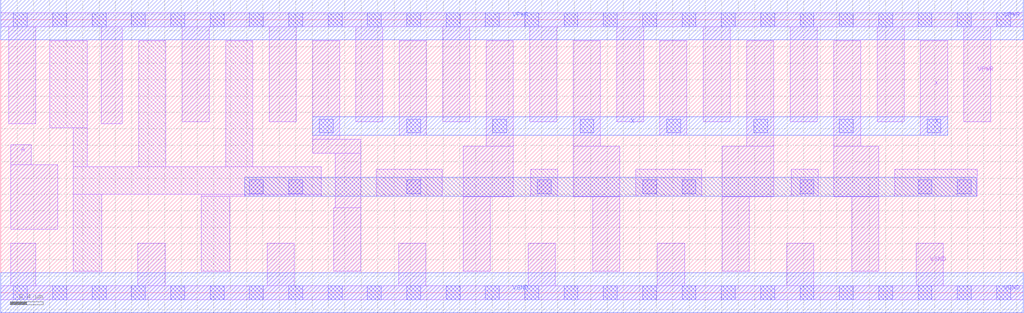
<source format=lef>
# Copyright 2020 The SkyWater PDK Authors
#
# Licensed under the Apache License, Version 2.0 (the "License");
# you may not use this file except in compliance with the License.
# You may obtain a copy of the License at
#
#     https://www.apache.org/licenses/LICENSE-2.0
#
# Unless required by applicable law or agreed to in writing, software
# distributed under the License is distributed on an "AS IS" BASIS,
# WITHOUT WARRANTIES OR CONDITIONS OF ANY KIND, either express or implied.
# See the License for the specific language governing permissions and
# limitations under the License.
#
# SPDX-License-Identifier: Apache-2.0

VERSION 5.7 ;
  NAMESCASESENSITIVE ON ;
  NOWIREEXTENSIONATPIN ON ;
  DIVIDERCHAR "/" ;
  BUSBITCHARS "[]" ;
UNITS
  DATABASE MICRONS 200 ;
END UNITS
MACRO sky130_fd_sc_lp__clkbuflp_16
  CLASS CORE ;
  SOURCE USER ;
  FOREIGN sky130_fd_sc_lp__clkbuflp_16 ;
  ORIGIN  0.000000  0.000000 ;
  SIZE  12.48000 BY  3.330000 ;
  SYMMETRY X Y R90 ;
  SITE unit ;
  PIN A
    ANTENNAGATEAREA  2.160000 ;
    DIRECTION INPUT ;
    USE SIGNAL ;
    PORT
      LAYER li1 ;
        RECT 0.125000 0.775000 0.695000 1.565000 ;
        RECT 0.125000 1.565000 0.370000 1.805000 ;
    END
  END A
  PIN X
    ANTENNADIFFAREA  3.010000 ;
    DIRECTION OUTPUT ;
    USE SIGNAL ;
    PORT
      LAYER li1 ;
        RECT  3.805000 1.705000  4.395000 1.875000 ;
        RECT  3.805000 1.875000  4.135000 3.075000 ;
        RECT  4.065000 0.265000  4.395000 1.035000 ;
        RECT  4.080000 1.035000  4.395000 1.705000 ;
        RECT  4.865000 1.920000  5.195000 3.075000 ;
        RECT  5.645000 0.265000  5.975000 1.170000 ;
        RECT  5.645000 1.170000  6.255000 1.790000 ;
        RECT  5.925000 1.790000  6.255000 3.075000 ;
        RECT  6.985000 1.170000  7.555000 1.790000 ;
        RECT  6.985000 1.790000  7.315000 3.075000 ;
        RECT  7.225000 0.265000  7.555000 1.170000 ;
        RECT  8.045000 1.920000  8.375000 3.075000 ;
        RECT  8.805000 0.265000  9.135000 1.170000 ;
        RECT  8.805000 1.170000  9.435000 1.790000 ;
        RECT  9.105000 1.790000  9.435000 3.075000 ;
        RECT 10.165000 1.170000 10.715000 1.790000 ;
        RECT 10.165000 1.790000 10.495000 3.075000 ;
        RECT 10.385000 0.265000 10.715000 1.170000 ;
        RECT 11.225000 1.920000 11.555000 3.075000 ;
      LAYER mcon ;
        RECT  3.885000 1.950000  4.055000 2.120000 ;
        RECT  4.955000 1.950000  5.125000 2.120000 ;
        RECT  6.005000 1.950000  6.175000 2.120000 ;
        RECT  7.070000 1.950000  7.240000 2.120000 ;
        RECT  8.130000 1.950000  8.300000 2.120000 ;
        RECT  9.190000 1.950000  9.360000 2.120000 ;
        RECT 10.235000 1.950000 10.405000 2.120000 ;
        RECT 11.305000 1.950000 11.475000 2.120000 ;
      LAYER met1 ;
        RECT 3.805000 1.920000 11.555000 2.150000 ;
    END
  END X
  PIN VGND
    DIRECTION INOUT ;
    USE GROUND ;
    PORT
      LAYER li1 ;
        RECT  0.000000 -0.085000 12.480000 0.085000 ;
        RECT  0.125000  0.085000  0.425000 0.605000 ;
        RECT  1.675000  0.085000  2.005000 0.605000 ;
        RECT  3.255000  0.085000  3.585000 0.605000 ;
        RECT  4.855000  0.085000  5.185000 0.605000 ;
        RECT  6.435000  0.085000  6.765000 0.605000 ;
        RECT  8.015000  0.085000  8.345000 0.605000 ;
        RECT  9.595000  0.085000  9.925000 0.605000 ;
        RECT 11.175000  0.085000 11.505000 0.605000 ;
      LAYER mcon ;
        RECT  0.155000 -0.085000  0.325000 0.085000 ;
        RECT  0.635000 -0.085000  0.805000 0.085000 ;
        RECT  1.115000 -0.085000  1.285000 0.085000 ;
        RECT  1.595000 -0.085000  1.765000 0.085000 ;
        RECT  2.075000 -0.085000  2.245000 0.085000 ;
        RECT  2.555000 -0.085000  2.725000 0.085000 ;
        RECT  3.035000 -0.085000  3.205000 0.085000 ;
        RECT  3.515000 -0.085000  3.685000 0.085000 ;
        RECT  3.995000 -0.085000  4.165000 0.085000 ;
        RECT  4.475000 -0.085000  4.645000 0.085000 ;
        RECT  4.955000 -0.085000  5.125000 0.085000 ;
        RECT  5.435000 -0.085000  5.605000 0.085000 ;
        RECT  5.915000 -0.085000  6.085000 0.085000 ;
        RECT  6.395000 -0.085000  6.565000 0.085000 ;
        RECT  6.875000 -0.085000  7.045000 0.085000 ;
        RECT  7.355000 -0.085000  7.525000 0.085000 ;
        RECT  7.835000 -0.085000  8.005000 0.085000 ;
        RECT  8.315000 -0.085000  8.485000 0.085000 ;
        RECT  8.795000 -0.085000  8.965000 0.085000 ;
        RECT  9.275000 -0.085000  9.445000 0.085000 ;
        RECT  9.755000 -0.085000  9.925000 0.085000 ;
        RECT 10.235000 -0.085000 10.405000 0.085000 ;
        RECT 10.715000 -0.085000 10.885000 0.085000 ;
        RECT 11.195000 -0.085000 11.365000 0.085000 ;
        RECT 11.675000 -0.085000 11.845000 0.085000 ;
        RECT 12.155000 -0.085000 12.325000 0.085000 ;
      LAYER met1 ;
        RECT 0.000000 -0.245000 12.480000 0.245000 ;
    END
  END VGND
  PIN VPWR
    DIRECTION INOUT ;
    USE POWER ;
    PORT
      LAYER li1 ;
        RECT  0.000000 3.245000 12.480000 3.415000 ;
        RECT  0.095000 2.065000  0.425000 3.245000 ;
        RECT  1.225000 2.065000  1.485000 3.245000 ;
        RECT  2.215000 2.085000  2.545000 3.245000 ;
        RECT  3.275000 2.085000  3.605000 3.245000 ;
        RECT  4.335000 2.085000  4.665000 3.245000 ;
        RECT  5.395000 2.085000  5.725000 3.245000 ;
        RECT  6.455000 2.085000  6.785000 3.245000 ;
        RECT  7.515000 2.085000  7.845000 3.245000 ;
        RECT  8.575000 2.085000  8.905000 3.245000 ;
        RECT  9.635000 2.085000  9.965000 3.245000 ;
        RECT 10.695000 2.085000 11.025000 3.245000 ;
        RECT 11.755000 2.085000 12.085000 3.245000 ;
      LAYER mcon ;
        RECT  0.155000 3.245000  0.325000 3.415000 ;
        RECT  0.635000 3.245000  0.805000 3.415000 ;
        RECT  1.115000 3.245000  1.285000 3.415000 ;
        RECT  1.595000 3.245000  1.765000 3.415000 ;
        RECT  2.075000 3.245000  2.245000 3.415000 ;
        RECT  2.555000 3.245000  2.725000 3.415000 ;
        RECT  3.035000 3.245000  3.205000 3.415000 ;
        RECT  3.515000 3.245000  3.685000 3.415000 ;
        RECT  3.995000 3.245000  4.165000 3.415000 ;
        RECT  4.475000 3.245000  4.645000 3.415000 ;
        RECT  4.955000 3.245000  5.125000 3.415000 ;
        RECT  5.435000 3.245000  5.605000 3.415000 ;
        RECT  5.915000 3.245000  6.085000 3.415000 ;
        RECT  6.395000 3.245000  6.565000 3.415000 ;
        RECT  6.875000 3.245000  7.045000 3.415000 ;
        RECT  7.355000 3.245000  7.525000 3.415000 ;
        RECT  7.835000 3.245000  8.005000 3.415000 ;
        RECT  8.315000 3.245000  8.485000 3.415000 ;
        RECT  8.795000 3.245000  8.965000 3.415000 ;
        RECT  9.275000 3.245000  9.445000 3.415000 ;
        RECT  9.755000 3.245000  9.925000 3.415000 ;
        RECT 10.235000 3.245000 10.405000 3.415000 ;
        RECT 10.715000 3.245000 10.885000 3.415000 ;
        RECT 11.195000 3.245000 11.365000 3.415000 ;
        RECT 11.675000 3.245000 11.845000 3.415000 ;
        RECT 12.155000 3.245000 12.325000 3.415000 ;
      LAYER met1 ;
        RECT 0.000000 3.085000 12.480000 3.575000 ;
    END
  END VPWR
  OBS
    LAYER li1 ;
      RECT  0.595000 2.015000  1.055000 3.075000 ;
      RECT  0.885000 0.265000  1.230000 1.205000 ;
      RECT  0.885000 1.205000  3.910000 1.535000 ;
      RECT  0.885000 1.535000  1.055000 2.015000 ;
      RECT  1.685000 1.535000  2.015000 3.075000 ;
      RECT  2.450000 0.265000  2.795000 1.180000 ;
      RECT  2.450000 1.180000  3.910000 1.205000 ;
      RECT  2.745000 1.535000  3.075000 3.075000 ;
      RECT  4.585000 1.180000  5.390000 1.510000 ;
      RECT  6.470000 1.180000  6.800000 1.510000 ;
      RECT  7.750000 1.180000  8.555000 1.510000 ;
      RECT  9.650000 1.180000  9.980000 1.510000 ;
      RECT 10.910000 1.180000 11.920000 1.510000 ;
    LAYER mcon ;
      RECT  3.035000 1.210000  3.205000 1.380000 ;
      RECT  3.515000 1.210000  3.685000 1.380000 ;
      RECT  4.955000 1.210000  5.125000 1.380000 ;
      RECT  6.550000 1.210000  6.720000 1.380000 ;
      RECT  7.835000 1.210000  8.005000 1.380000 ;
      RECT  8.315000 1.210000  8.485000 1.380000 ;
      RECT  9.755000 1.210000  9.925000 1.380000 ;
      RECT 11.195000 1.210000 11.365000 1.380000 ;
      RECT 11.675000 1.210000 11.845000 1.380000 ;
    LAYER met1 ;
      RECT 2.975000 1.180000 11.905000 1.410000 ;
  END
END sky130_fd_sc_lp__clkbuflp_16

</source>
